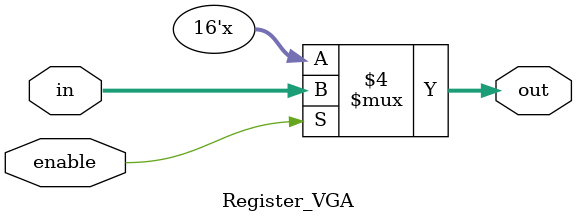
<source format=v>
module Register_VGA(in, enable, out);
	input [15:0] in;
	input enable;
	output reg [15:0] out;
	
	initial begin out = 16'd0; end
	always@(*) begin
	
		if(enable)
			out = in;
		else
			out = out;
	
	end
	
endmodule 
</source>
